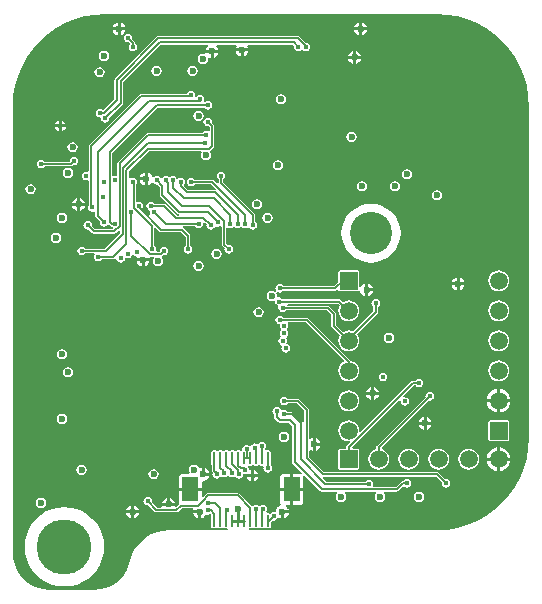
<source format=gbl>
%FSLAX25Y25*%
%MOIN*%
G70*
G01*
G75*
%ADD31C,0.00500*%
%ADD33C,0.01000*%
%ADD36R,0.05905X0.05905*%
%ADD37C,0.05905*%
%ADD38R,0.05905X0.05905*%
%ADD39C,0.02362*%
%ADD40C,0.14094*%
%ADD41C,0.18315*%
%ADD42C,0.01772*%
%ADD43R,0.00984X0.03937*%
%ADD44R,0.05512X0.08268*%
G36*
X265996Y398853D02*
X376232D01*
X376334Y398895D01*
X379692Y398706D01*
X383107Y398126D01*
X386437Y397167D01*
X389638Y395841D01*
X392670Y394165D01*
X395496Y392160D01*
X398079Y389851D01*
X400388Y387268D01*
X402393Y384442D01*
X404069Y381410D01*
X405395Y378209D01*
X406354Y374879D01*
X406934Y371463D01*
X407123Y368106D01*
X407081Y368004D01*
Y257768D01*
X407123Y257666D01*
X406934Y254309D01*
X406354Y250893D01*
X405395Y247564D01*
X404069Y244363D01*
X402393Y241330D01*
X400388Y238505D01*
X398079Y235921D01*
X395496Y233612D01*
X392670Y231607D01*
X389638Y229931D01*
X386437Y228606D01*
X383107Y227646D01*
X379692Y227066D01*
X376334Y226877D01*
X376232Y226920D01*
X313928D01*
X313676Y227294D01*
X313669Y227420D01*
X313838Y227557D01*
X314587D01*
X314694Y227602D01*
X315079Y227691D01*
X315463Y227602D01*
X315571Y227557D01*
X316555D01*
X316663Y227602D01*
X317047Y227691D01*
X317432Y227602D01*
X317539Y227557D01*
X318524D01*
X318631Y227602D01*
X319016Y227691D01*
X319400Y227602D01*
X319508Y227557D01*
X320492D01*
X320875Y227716D01*
X321033Y228098D01*
Y229476D01*
X321108Y229526D01*
X321724Y230142D01*
X322000Y230087D01*
X322541Y230195D01*
X322999Y230501D01*
X323276Y230915D01*
X323305Y230959D01*
X323842Y231094D01*
X323894Y231059D01*
X323987Y231021D01*
X324070Y230965D01*
X324169Y230946D01*
X324261Y230907D01*
X324421Y230875D01*
Y233020D01*
X324921D01*
Y233520D01*
X327066D01*
X327034Y233679D01*
X326995Y233772D01*
X326976Y233871D01*
X326920Y233954D01*
X326882Y234047D01*
X326621Y234438D01*
X326550Y234509D01*
X326494Y234592D01*
X326410Y234648D01*
X326339Y234719D01*
X326148Y234846D01*
X326300Y235347D01*
X327500D01*
Y240000D01*
X324224D01*
Y236366D01*
X324302Y235976D01*
X324494Y235688D01*
X324457Y235443D01*
X324361Y235152D01*
X324261Y235132D01*
X324169Y235094D01*
X324070Y235074D01*
X323987Y235018D01*
X323894Y234980D01*
X323503Y234719D01*
X323432Y234648D01*
X323349Y234592D01*
X323293Y234509D01*
X323222Y234438D01*
X322961Y234047D01*
X322922Y233954D01*
X322867Y233871D01*
X322847Y233772D01*
X322809Y233679D01*
X322721Y233241D01*
X322721Y233240D01*
X322701Y233203D01*
X322465Y232977D01*
X322342Y232909D01*
X322218Y232870D01*
X322217Y232870D01*
X322000Y232913D01*
X321459Y232805D01*
X321268Y232678D01*
X320875Y232418D01*
X320492Y232577D01*
X319764D01*
X319636Y232782D01*
X319550Y233077D01*
X319805Y233459D01*
X319913Y234000D01*
X319805Y234541D01*
X319499Y234999D01*
X319041Y235305D01*
X318500Y235413D01*
X317959Y235305D01*
X317501Y234999D01*
X317500Y234998D01*
X317000D01*
X316999Y234999D01*
X316541Y235305D01*
X316000Y235413D01*
X315459Y235305D01*
X315139Y235092D01*
X314895Y235021D01*
X314473Y235109D01*
X310541Y239041D01*
X310293Y239207D01*
X310000Y239265D01*
X300187D01*
X299894Y239207D01*
X299646Y239041D01*
X298521Y237916D01*
X298059Y238107D01*
Y240000D01*
X294284D01*
X290508D01*
Y236366D01*
X290586Y235976D01*
X290459Y235541D01*
X289564Y234645D01*
X289103Y234891D01*
X289124Y235000D01*
X284876D01*
X284909Y234834D01*
X284601Y234334D01*
X283248D01*
X281358Y236224D01*
X281413Y236500D01*
X281305Y237041D01*
X280999Y237499D01*
X280541Y237805D01*
X280000Y237913D01*
X279459Y237805D01*
X279001Y237499D01*
X278695Y237041D01*
X278587Y236500D01*
X278695Y235959D01*
X279001Y235501D01*
X279459Y235195D01*
X280000Y235087D01*
X280276Y235142D01*
X282390Y233028D01*
X282639Y232862D01*
X282931Y232804D01*
X289569D01*
X289861Y232862D01*
X290110Y233028D01*
X291317Y234235D01*
X294939D01*
X294970Y234217D01*
X295075Y234110D01*
X295288Y233772D01*
X295250Y233679D01*
X295218Y233520D01*
X297362D01*
Y233020D01*
X297862D01*
Y230875D01*
X298022Y230907D01*
X298115Y230946D01*
X298213Y230965D01*
X298297Y231021D01*
X298390Y231059D01*
X298780Y231320D01*
X298851Y231391D01*
X298935Y231447D01*
X298991Y231531D01*
X299061Y231602D01*
X299180Y231780D01*
X299440Y232166D01*
X299914Y232104D01*
X300000Y232087D01*
X300541Y232195D01*
X300950Y232468D01*
X301289Y232130D01*
X301250Y232035D01*
Y228098D01*
X301409Y227716D01*
X301791Y227557D01*
X302776D01*
X302883Y227602D01*
X303268Y227691D01*
X303652Y227602D01*
X303760Y227557D01*
X304744D01*
X304852Y227602D01*
X305236Y227691D01*
X305621Y227602D01*
X305728Y227557D01*
X306477D01*
X306646Y227420D01*
X306639Y227294D01*
X306387Y226920D01*
X287150D01*
X287126Y226910D01*
X285048Y226746D01*
X282998Y226254D01*
X281050Y225448D01*
X279253Y224346D01*
X277650Y222977D01*
X276281Y221374D01*
X275179Y219576D01*
X274372Y217628D01*
X274113Y216546D01*
X274093Y216500D01*
X274053Y216509D01*
X273807Y215484D01*
X273075Y213718D01*
X272076Y212088D01*
X270835Y210634D01*
X269381Y209392D01*
X267751Y208393D01*
X265984Y207662D01*
X264125Y207215D01*
X262294Y207071D01*
X262219Y207102D01*
X247295D01*
X247295Y207102D01*
Y207102D01*
X246796Y207104D01*
X245389Y207215D01*
X243530Y207662D01*
X241764Y208393D01*
X240134Y209392D01*
X238680Y210634D01*
X237438Y212088D01*
X236439Y213718D01*
X235707Y215484D01*
X235261Y217344D01*
X235117Y219175D01*
X235148Y219250D01*
Y368004D01*
X235105Y368106D01*
X235294Y371463D01*
X235874Y374879D01*
X236834Y378209D01*
X238159Y381410D01*
X239836Y384442D01*
X241840Y387268D01*
X244149Y389851D01*
X246733Y392160D01*
X249558Y394165D01*
X252591Y395841D01*
X255792Y397167D01*
X259121Y398126D01*
X262537Y398706D01*
X265894Y398895D01*
X265996Y398853D01*
D02*
G37*
%LPC*%
G36*
X400921Y269563D02*
X397500D01*
Y266142D01*
X398032Y266212D01*
X398993Y266610D01*
X399819Y267244D01*
X400453Y268070D01*
X400851Y269031D01*
X400921Y269563D01*
D02*
G37*
G36*
X373000Y264624D02*
Y263000D01*
X374624D01*
X374555Y263351D01*
X374073Y264072D01*
X373351Y264555D01*
X373000Y264624D01*
D02*
G37*
G36*
X396500Y269563D02*
X393079D01*
X393149Y269031D01*
X393547Y268070D01*
X394181Y267244D01*
X395007Y266610D01*
X395968Y266212D01*
X396500Y266142D01*
Y269563D01*
D02*
G37*
G36*
X347000Y273546D02*
X346099Y273427D01*
X345259Y273079D01*
X344537Y272526D01*
X343984Y271804D01*
X343636Y270964D01*
X343517Y270063D01*
X343636Y269162D01*
X343984Y268322D01*
X344537Y267600D01*
X345259Y267047D01*
X346099Y266699D01*
X347000Y266581D01*
X347901Y266699D01*
X348741Y267047D01*
X349463Y267600D01*
X350016Y268322D01*
X350364Y269162D01*
X350483Y270063D01*
X350364Y270964D01*
X350016Y271804D01*
X349463Y272526D01*
X348741Y273079D01*
X347901Y273427D01*
X347000Y273546D01*
D02*
G37*
G36*
X357124Y272000D02*
X355500D01*
Y270376D01*
X355851Y270445D01*
X356573Y270928D01*
X357055Y271649D01*
X357124Y272000D01*
D02*
G37*
G36*
X354500D02*
X352876D01*
X352945Y271649D01*
X353428Y270928D01*
X354149Y270445D01*
X354500Y270376D01*
Y272000D01*
D02*
G37*
G36*
X374000Y272913D02*
X373459Y272805D01*
X373001Y272499D01*
X372695Y272041D01*
X372587Y271500D01*
X372642Y271223D01*
X356459Y255041D01*
X356294Y254793D01*
X356235Y254500D01*
Y253945D01*
X356099Y253927D01*
X355259Y253579D01*
X354538Y253026D01*
X353984Y252304D01*
X353636Y251464D01*
X353518Y250563D01*
X353636Y249662D01*
X353984Y248822D01*
X354538Y248100D01*
X355259Y247547D01*
X356099Y247199D01*
X357000Y247080D01*
X357901Y247199D01*
X358741Y247547D01*
X359462Y248100D01*
X360016Y248822D01*
X360364Y249662D01*
X360483Y250563D01*
X360364Y251464D01*
X360016Y252304D01*
X359462Y253026D01*
X358741Y253579D01*
X358123Y253835D01*
X357980Y254353D01*
X357990Y254409D01*
X373724Y270142D01*
X374000Y270087D01*
X374541Y270195D01*
X374999Y270501D01*
X375305Y270959D01*
X375413Y271500D01*
X375305Y272041D01*
X374999Y272499D01*
X374541Y272805D01*
X374000Y272913D01*
D02*
G37*
G36*
X372000Y262000D02*
X370376D01*
X370445Y261649D01*
X370928Y260928D01*
X371649Y260445D01*
X372000Y260376D01*
Y262000D01*
D02*
G37*
G36*
X399953Y263557D02*
X394047D01*
X393665Y263398D01*
X393506Y263016D01*
Y257110D01*
X393665Y256728D01*
X394047Y256569D01*
X399953D01*
X400335Y256728D01*
X400494Y257110D01*
Y263016D01*
X400335Y263398D01*
X399953Y263557D01*
D02*
G37*
G36*
X325500Y259714D02*
X324844Y259584D01*
X324288Y259212D01*
X323916Y258656D01*
X323786Y258000D01*
X323916Y257344D01*
X324288Y256788D01*
X324844Y256416D01*
X325500Y256286D01*
X326156Y256416D01*
X326712Y256788D01*
X327084Y257344D01*
X327214Y258000D01*
X327084Y258656D01*
X326712Y259212D01*
X326156Y259584D01*
X325500Y259714D01*
D02*
G37*
G36*
X374624Y262000D02*
X373000D01*
Y260376D01*
X373351Y260445D01*
X374073Y260928D01*
X374555Y261649D01*
X374624Y262000D01*
D02*
G37*
G36*
X372000Y264624D02*
X371649Y264555D01*
X370928Y264072D01*
X370445Y263351D01*
X370376Y263000D01*
X372000D01*
Y264624D01*
D02*
G37*
G36*
X325500Y271413D02*
X324959Y271305D01*
X324501Y270999D01*
X324195Y270541D01*
X324087Y270000D01*
X324195Y269459D01*
X324501Y269001D01*
X324959Y268695D01*
X325500Y268587D01*
X326041Y268695D01*
X326499Y269001D01*
X326656Y269235D01*
X329683D01*
X332235Y266683D01*
Y262697D01*
X331735Y262648D01*
X331707Y262793D01*
X331541Y263041D01*
X328541Y266041D01*
X328293Y266207D01*
X328000Y266265D01*
X326656D01*
X326499Y266499D01*
X326041Y266805D01*
X325500Y266913D01*
X324959Y266805D01*
X324873Y266748D01*
X324318Y266978D01*
X324305Y267041D01*
X323999Y267499D01*
X323541Y267805D01*
X323000Y267913D01*
X322459Y267805D01*
X322001Y267499D01*
X321695Y267041D01*
X321587Y266500D01*
X321695Y265959D01*
X322001Y265501D01*
X322235Y265344D01*
Y264500D01*
X322293Y264207D01*
X322459Y263959D01*
X323459Y262959D01*
X323459Y262959D01*
X323707Y262793D01*
X324000Y262735D01*
X327183D01*
X328235Y261683D01*
Y249500D01*
X328293Y249207D01*
X328459Y248959D01*
X331433Y245985D01*
X331146Y245576D01*
X330756Y245654D01*
X328500D01*
Y241000D01*
X331775D01*
Y244634D01*
X331698Y245024D01*
X332107Y245311D01*
X337459Y239959D01*
X337707Y239793D01*
X338000Y239735D01*
X343171D01*
X343323Y239235D01*
X343288Y239212D01*
X342916Y238656D01*
X342786Y238000D01*
X342916Y237344D01*
X343288Y236788D01*
X343844Y236416D01*
X344500Y236286D01*
X345156Y236416D01*
X345712Y236788D01*
X346084Y237344D01*
X346214Y238000D01*
X346084Y238656D01*
X345712Y239212D01*
X345677Y239235D01*
X345829Y239735D01*
X356171D01*
X356323Y239235D01*
X356288Y239212D01*
X355916Y238656D01*
X355786Y238000D01*
X355916Y237344D01*
X356288Y236788D01*
X356844Y236416D01*
X357500Y236286D01*
X358156Y236416D01*
X358712Y236788D01*
X359084Y237344D01*
X359214Y238000D01*
X359084Y238656D01*
X358712Y239212D01*
X358677Y239235D01*
X358829Y239735D01*
X363000D01*
X363293Y239793D01*
X363541Y239959D01*
X364973Y241391D01*
X365501Y241501D01*
X365959Y241195D01*
X366500Y241087D01*
X367041Y241195D01*
X367499Y241501D01*
X367805Y241959D01*
X367913Y242500D01*
X367805Y243041D01*
X367499Y243499D01*
X367041Y243805D01*
X366500Y243913D01*
X365959Y243805D01*
X365501Y243499D01*
X365344Y243265D01*
X365000D01*
X365000Y243265D01*
X364707Y243207D01*
X364459Y243041D01*
X362683Y241265D01*
X355289D01*
X355104Y241610D01*
X355066Y241765D01*
X355163Y242250D01*
X355055Y242791D01*
X354749Y243249D01*
X354291Y243555D01*
X353750Y243663D01*
X353209Y243555D01*
X352751Y243249D01*
X352594Y243015D01*
X339567D01*
X338320Y244261D01*
X338453Y244611D01*
X338553Y244735D01*
X376183D01*
X378142Y242776D01*
X378087Y242500D01*
X378195Y241959D01*
X378501Y241501D01*
X378959Y241195D01*
X379500Y241087D01*
X380041Y241195D01*
X380499Y241501D01*
X380805Y241959D01*
X380913Y242500D01*
X380805Y243041D01*
X380499Y243499D01*
X380041Y243805D01*
X379500Y243913D01*
X379223Y243858D01*
X377041Y246041D01*
X376793Y246206D01*
X376500Y246265D01*
X338817D01*
X333765Y251317D01*
Y253435D01*
X334265Y253702D01*
X334649Y253445D01*
X335000Y253376D01*
Y255500D01*
Y257624D01*
X334649Y257555D01*
X334265Y257298D01*
X333765Y257565D01*
Y267000D01*
X333706Y267293D01*
X333541Y267541D01*
X330541Y270541D01*
X330293Y270707D01*
X330000Y270765D01*
X326656D01*
X326499Y270999D01*
X326041Y271305D01*
X325500Y271413D01*
D02*
G37*
G36*
X251500Y265714D02*
X250844Y265584D01*
X250288Y265212D01*
X249916Y264656D01*
X249786Y264000D01*
X249916Y263344D01*
X250288Y262788D01*
X250844Y262416D01*
X251500Y262286D01*
X252156Y262416D01*
X252712Y262788D01*
X253084Y263344D01*
X253214Y264000D01*
X253084Y264656D01*
X252712Y265212D01*
X252156Y265584D01*
X251500Y265714D01*
D02*
G37*
G36*
X396500Y273984D02*
X395968Y273914D01*
X395007Y273516D01*
X394181Y272882D01*
X393547Y272056D01*
X393149Y271095D01*
X393079Y270563D01*
X396500D01*
Y273984D01*
D02*
G37*
G36*
X397000Y293546D02*
X396099Y293427D01*
X395259Y293079D01*
X394537Y292526D01*
X393984Y291804D01*
X393636Y290964D01*
X393517Y290063D01*
X393636Y289162D01*
X393984Y288322D01*
X394537Y287600D01*
X395259Y287047D01*
X396099Y286699D01*
X397000Y286580D01*
X397901Y286699D01*
X398741Y287047D01*
X399463Y287600D01*
X400016Y288322D01*
X400364Y289162D01*
X400483Y290063D01*
X400364Y290964D01*
X400016Y291804D01*
X399463Y292526D01*
X398741Y293079D01*
X397901Y293427D01*
X397000Y293546D01*
D02*
G37*
G36*
X251500Y287214D02*
X250844Y287084D01*
X250288Y286712D01*
X249916Y286156D01*
X249786Y285500D01*
X249916Y284844D01*
X250288Y284288D01*
X250844Y283916D01*
X251500Y283786D01*
X252156Y283916D01*
X252712Y284288D01*
X253084Y284844D01*
X253214Y285500D01*
X253084Y286156D01*
X252712Y286712D01*
X252156Y287084D01*
X251500Y287214D01*
D02*
G37*
G36*
X253500Y281214D02*
X252844Y281084D01*
X252288Y280712D01*
X251916Y280156D01*
X251786Y279500D01*
X251916Y278844D01*
X252288Y278288D01*
X252844Y277916D01*
X253500Y277786D01*
X254156Y277916D01*
X254712Y278288D01*
X255084Y278844D01*
X255214Y279500D01*
X255084Y280156D01*
X254712Y280712D01*
X254156Y281084D01*
X253500Y281214D01*
D02*
G37*
G36*
X360500Y292714D02*
X359844Y292584D01*
X359288Y292212D01*
X358916Y291656D01*
X358786Y291000D01*
X358916Y290344D01*
X359288Y289788D01*
X359844Y289416D01*
X360500Y289286D01*
X361156Y289416D01*
X361712Y289788D01*
X362084Y290344D01*
X362214Y291000D01*
X362084Y291656D01*
X361712Y292212D01*
X361156Y292584D01*
X360500Y292714D01*
D02*
G37*
G36*
X355124Y306500D02*
X353500D01*
Y304876D01*
X353851Y304945D01*
X354573Y305428D01*
X355055Y306149D01*
X355124Y306500D01*
D02*
G37*
G36*
X317000Y301214D02*
X316344Y301084D01*
X315788Y300712D01*
X315416Y300156D01*
X315286Y299500D01*
X315416Y298844D01*
X315788Y298288D01*
X316344Y297916D01*
X317000Y297786D01*
X317656Y297916D01*
X318212Y298288D01*
X318584Y298844D01*
X318714Y299500D01*
X318584Y300156D01*
X318212Y300712D01*
X317656Y301084D01*
X317000Y301214D01*
D02*
G37*
G36*
X397000Y303545D02*
X396099Y303427D01*
X395259Y303079D01*
X394537Y302525D01*
X393984Y301804D01*
X393636Y300964D01*
X393517Y300063D01*
X393636Y299162D01*
X393984Y298322D01*
X394537Y297601D01*
X395259Y297047D01*
X396099Y296699D01*
X397000Y296581D01*
X397901Y296699D01*
X398741Y297047D01*
X399463Y297601D01*
X400016Y298322D01*
X400364Y299162D01*
X400483Y300063D01*
X400364Y300964D01*
X400016Y301804D01*
X399463Y302525D01*
X398741Y303079D01*
X397901Y303427D01*
X397000Y303545D01*
D02*
G37*
G36*
X355500Y274624D02*
Y273000D01*
X357124D01*
X357055Y273351D01*
X356573Y274073D01*
X355851Y274555D01*
X355500Y274624D01*
D02*
G37*
G36*
X354500D02*
X354149Y274555D01*
X353428Y274073D01*
X352945Y273351D01*
X352876Y273000D01*
X354500D01*
Y274624D01*
D02*
G37*
G36*
X397500Y273984D02*
Y270563D01*
X400921D01*
X400851Y271095D01*
X400453Y272056D01*
X399819Y272882D01*
X398993Y273516D01*
X398032Y273914D01*
X397500Y273984D01*
D02*
G37*
G36*
X370500Y277413D02*
X369959Y277305D01*
X369501Y276999D01*
X369344Y276765D01*
X368500D01*
X368207Y276707D01*
X367959Y276541D01*
X350912Y259493D01*
X350438Y259727D01*
X350483Y260063D01*
X350364Y260964D01*
X350016Y261804D01*
X349463Y262526D01*
X348741Y263079D01*
X347901Y263427D01*
X347000Y263545D01*
X346099Y263427D01*
X345259Y263079D01*
X344537Y262526D01*
X343984Y261804D01*
X343636Y260964D01*
X343517Y260063D01*
X343636Y259162D01*
X343984Y258322D01*
X344537Y257600D01*
X345259Y257047D01*
X346099Y256699D01*
X347000Y256580D01*
X347336Y256625D01*
X347570Y256151D01*
X346459Y255041D01*
X346293Y254793D01*
X346235Y254500D01*
Y254057D01*
X344047D01*
X343665Y253898D01*
X343506Y253516D01*
Y247610D01*
X343665Y247228D01*
X344047Y247069D01*
X349953D01*
X350335Y247228D01*
X350494Y247610D01*
Y253516D01*
X350335Y253898D01*
X349953Y254057D01*
X348345D01*
X348138Y254557D01*
X363903Y270322D01*
X364364Y270075D01*
X364305Y269781D01*
X364413Y269241D01*
X364719Y268782D01*
X365178Y268476D01*
X365719Y268369D01*
X366259Y268476D01*
X366718Y268782D01*
X367024Y269241D01*
X367131Y269781D01*
X367024Y270322D01*
X366718Y270781D01*
X366259Y271087D01*
X365719Y271195D01*
X365424Y271136D01*
X365178Y271597D01*
X368817Y275235D01*
X369344D01*
X369501Y275001D01*
X369959Y274695D01*
X370500Y274587D01*
X371041Y274695D01*
X371499Y275001D01*
X371805Y275459D01*
X371913Y276000D01*
X371805Y276541D01*
X371499Y276999D01*
X371041Y277305D01*
X370500Y277413D01*
D02*
G37*
G36*
X358500Y279413D02*
X357959Y279305D01*
X357501Y278999D01*
X357195Y278541D01*
X357087Y278000D01*
X357195Y277459D01*
X357501Y277001D01*
X357959Y276695D01*
X358500Y276587D01*
X359041Y276695D01*
X359499Y277001D01*
X359805Y277459D01*
X359913Y278000D01*
X359805Y278541D01*
X359499Y278999D01*
X359041Y279305D01*
X358500Y279413D01*
D02*
G37*
G36*
X397000Y283545D02*
X396099Y283427D01*
X395259Y283079D01*
X394537Y282525D01*
X393984Y281804D01*
X393636Y280964D01*
X393517Y280063D01*
X393636Y279162D01*
X393984Y278322D01*
X394537Y277601D01*
X395259Y277047D01*
X396099Y276699D01*
X397000Y276581D01*
X397901Y276699D01*
X398741Y277047D01*
X399463Y277601D01*
X400016Y278322D01*
X400364Y279162D01*
X400483Y280063D01*
X400364Y280964D01*
X400016Y281804D01*
X399463Y282525D01*
X398741Y283079D01*
X397901Y283427D01*
X397000Y283545D01*
D02*
G37*
G36*
X324000Y298413D02*
X323459Y298305D01*
X323001Y297999D01*
X322695Y297541D01*
X322587Y297000D01*
X322695Y296459D01*
X323001Y296001D01*
X323459Y295695D01*
X323743Y295638D01*
X324001Y295583D01*
X324107Y295098D01*
X324087Y295000D01*
X324195Y294459D01*
X324501Y294001D01*
X324502Y294000D01*
Y293500D01*
X324501Y293499D01*
X324195Y293041D01*
X324087Y292500D01*
X324195Y291959D01*
X324322Y291769D01*
X324428Y291412D01*
X324194Y291128D01*
X324001Y290999D01*
X323695Y290541D01*
X323587Y290000D01*
X323695Y289459D01*
X324001Y289001D01*
X324459Y288695D01*
X324522Y288682D01*
X324752Y288127D01*
X324695Y288041D01*
X324587Y287500D01*
X324695Y286959D01*
X325001Y286501D01*
X325459Y286195D01*
X326000Y286087D01*
X326541Y286195D01*
X326999Y286501D01*
X327305Y286959D01*
X327413Y287500D01*
X327305Y288041D01*
X326999Y288499D01*
X326541Y288805D01*
X326478Y288818D01*
X326248Y289373D01*
X326305Y289459D01*
X326413Y290000D01*
X326305Y290541D01*
X326178Y290731D01*
X326072Y291088D01*
X326306Y291372D01*
X326499Y291501D01*
X326805Y291959D01*
X326913Y292500D01*
X326805Y293041D01*
X326499Y293499D01*
X326498Y293500D01*
Y294000D01*
X326499Y294001D01*
X326805Y294459D01*
X326913Y295000D01*
X326805Y295541D01*
X326675Y295735D01*
X326943Y296235D01*
X332683D01*
X345355Y283563D01*
X345327Y283422D01*
X345187Y283024D01*
X344537Y282525D01*
X343984Y281804D01*
X343636Y280964D01*
X343517Y280063D01*
X343636Y279162D01*
X343984Y278322D01*
X344537Y277601D01*
X345259Y277047D01*
X346099Y276699D01*
X347000Y276581D01*
X347901Y276699D01*
X348741Y277047D01*
X349463Y277601D01*
X350016Y278322D01*
X350364Y279162D01*
X350483Y280063D01*
X350364Y280964D01*
X350016Y281804D01*
X349463Y282525D01*
X348741Y283079D01*
X347901Y283427D01*
X347589Y283468D01*
X347541Y283541D01*
X333541Y297541D01*
X333293Y297707D01*
X333000Y297765D01*
X325156D01*
X324999Y297999D01*
X324541Y298305D01*
X324000Y298413D01*
D02*
G37*
G36*
X336000Y257624D02*
Y256000D01*
X337624D01*
X337555Y256351D01*
X337072Y257072D01*
X336351Y257555D01*
X336000Y257624D01*
D02*
G37*
G36*
X286500Y237624D02*
X286149Y237555D01*
X285427Y237072D01*
X284945Y236351D01*
X284876Y236000D01*
X286500D01*
Y237624D01*
D02*
G37*
G36*
X331775Y240000D02*
X328500D01*
Y235347D01*
X330756D01*
X331146Y235424D01*
X331477Y235645D01*
X331698Y235976D01*
X331775Y236366D01*
Y240000D01*
D02*
G37*
G36*
X244500Y237714D02*
X243844Y237584D01*
X243288Y237212D01*
X242916Y236656D01*
X242786Y236000D01*
X242916Y235344D01*
X243288Y234788D01*
X243844Y234416D01*
X244500Y234286D01*
X245156Y234416D01*
X245712Y234788D01*
X246084Y235344D01*
X246214Y236000D01*
X246084Y236656D01*
X245712Y237212D01*
X245156Y237584D01*
X244500Y237714D01*
D02*
G37*
G36*
X287500Y237624D02*
Y236000D01*
X289124D01*
X289055Y236351D01*
X288573Y237072D01*
X287851Y237555D01*
X287500Y237624D01*
D02*
G37*
G36*
X314500Y244500D02*
X313177D01*
X313224Y244264D01*
X313640Y243640D01*
X314264Y243224D01*
X314500Y243177D01*
Y244500D01*
D02*
G37*
G36*
X327500Y245654D02*
X325244D01*
X324854Y245576D01*
X324523Y245355D01*
X324302Y245024D01*
X324224Y244634D01*
Y241000D01*
X327500D01*
Y245654D01*
D02*
G37*
G36*
X370500Y239714D02*
X369844Y239584D01*
X369288Y239212D01*
X368916Y238656D01*
X368786Y238000D01*
X368916Y237344D01*
X369288Y236788D01*
X369844Y236416D01*
X370500Y236286D01*
X371156Y236416D01*
X371712Y236788D01*
X372084Y237344D01*
X372214Y238000D01*
X372084Y238656D01*
X371712Y239212D01*
X371156Y239584D01*
X370500Y239714D01*
D02*
G37*
G36*
X327066Y232520D02*
X325421D01*
Y230875D01*
X325581Y230907D01*
X325674Y230946D01*
X325772Y230965D01*
X325856Y231021D01*
X325949Y231059D01*
X326339Y231320D01*
X326410Y231391D01*
X326494Y231447D01*
X326550Y231531D01*
X326621Y231602D01*
X326882Y231992D01*
X326920Y232085D01*
X326976Y232169D01*
X326995Y232267D01*
X327034Y232360D01*
X327066Y232520D01*
D02*
G37*
G36*
X296862D02*
X295218D01*
X295250Y232360D01*
X295288Y232267D01*
X295308Y232169D01*
X295363Y232085D01*
X295402Y231992D01*
X295663Y231602D01*
X295734Y231531D01*
X295790Y231447D01*
X295873Y231391D01*
X295944Y231320D01*
X296335Y231059D01*
X296428Y231021D01*
X296511Y230965D01*
X296610Y230946D01*
X296702Y230907D01*
X296862Y230875D01*
Y232520D01*
D02*
G37*
G36*
X252260Y234598D02*
X250189Y234435D01*
X248168Y233950D01*
X246249Y233155D01*
X244478Y232070D01*
X242898Y230720D01*
X241548Y229140D01*
X240463Y227369D01*
X239668Y225450D01*
X239183Y223429D01*
X239020Y221358D01*
X239183Y219287D01*
X239668Y217267D01*
X240463Y215348D01*
X241548Y213576D01*
X242898Y211996D01*
X244478Y210647D01*
X246249Y209561D01*
X248168Y208766D01*
X250189Y208281D01*
X252260Y208118D01*
X254331Y208281D01*
X256351Y208766D01*
X258271Y209561D01*
X260042Y210647D01*
X261622Y211996D01*
X262971Y213576D01*
X264057Y215348D01*
X264852Y217267D01*
X265337Y219287D01*
X265500Y221358D01*
X265337Y223429D01*
X264852Y225450D01*
X264057Y227369D01*
X262971Y229140D01*
X261622Y230720D01*
X260042Y232070D01*
X258271Y233155D01*
X256351Y233950D01*
X254331Y234435D01*
X252260Y234598D01*
D02*
G37*
G36*
X274500Y232500D02*
X272876D01*
X272945Y232149D01*
X273428Y231428D01*
X274149Y230945D01*
X274500Y230876D01*
Y232500D01*
D02*
G37*
G36*
X275500Y235124D02*
Y233500D01*
X277124D01*
X277055Y233851D01*
X276572Y234573D01*
X275851Y235055D01*
X275500Y235124D01*
D02*
G37*
G36*
X274500D02*
X274149Y235055D01*
X273428Y234573D01*
X272945Y233851D01*
X272876Y233500D01*
X274500D01*
Y235124D01*
D02*
G37*
G36*
X277124Y232500D02*
X275500D01*
Y230876D01*
X275851Y230945D01*
X276572Y231428D01*
X277055Y232149D01*
X277124Y232500D01*
D02*
G37*
G36*
X316823Y244500D02*
X315500D01*
Y243177D01*
X315736Y243224D01*
X316360Y243640D01*
X316776Y244264D01*
X316823Y244500D01*
D02*
G37*
G36*
X387000Y254046D02*
X386099Y253927D01*
X385259Y253579D01*
X384538Y253026D01*
X383984Y252304D01*
X383636Y251464D01*
X383518Y250563D01*
X383636Y249662D01*
X383984Y248822D01*
X384538Y248100D01*
X385259Y247547D01*
X386099Y247199D01*
X387000Y247080D01*
X387901Y247199D01*
X388741Y247547D01*
X389462Y248100D01*
X390016Y248822D01*
X390364Y249662D01*
X390482Y250563D01*
X390364Y251464D01*
X390016Y252304D01*
X389462Y253026D01*
X388741Y253579D01*
X387901Y253927D01*
X387000Y254046D01*
D02*
G37*
G36*
X377000D02*
X376099Y253927D01*
X375259Y253579D01*
X374537Y253026D01*
X373984Y252304D01*
X373636Y251464D01*
X373517Y250563D01*
X373636Y249662D01*
X373984Y248822D01*
X374537Y248100D01*
X375259Y247547D01*
X376099Y247199D01*
X377000Y247080D01*
X377901Y247199D01*
X378741Y247547D01*
X379463Y248100D01*
X380016Y248822D01*
X380364Y249662D01*
X380483Y250563D01*
X380364Y251464D01*
X380016Y252304D01*
X379463Y253026D01*
X378741Y253579D01*
X377901Y253927D01*
X377000Y254046D01*
D02*
G37*
G36*
X367000D02*
X366099Y253927D01*
X365259Y253579D01*
X364538Y253026D01*
X363984Y252304D01*
X363636Y251464D01*
X363517Y250563D01*
X363636Y249662D01*
X363984Y248822D01*
X364538Y248100D01*
X365259Y247547D01*
X366099Y247199D01*
X367000Y247080D01*
X367901Y247199D01*
X368741Y247547D01*
X369462Y248100D01*
X370016Y248822D01*
X370364Y249662D01*
X370482Y250563D01*
X370364Y251464D01*
X370016Y252304D01*
X369462Y253026D01*
X368741Y253579D01*
X367901Y253927D01*
X367000Y254046D01*
D02*
G37*
G36*
X396500Y254484D02*
X395968Y254414D01*
X395007Y254016D01*
X394181Y253382D01*
X393547Y252556D01*
X393149Y251595D01*
X393079Y251063D01*
X396500D01*
Y254484D01*
D02*
G37*
G36*
X318000Y256413D02*
X317459Y256305D01*
X317001Y255999D01*
X316695Y255541D01*
X316301Y255705D01*
X316269Y255720D01*
X316269Y255720D01*
X315728Y255828D01*
X315188Y255720D01*
X314729Y255414D01*
X314526Y255110D01*
X314084Y255017D01*
X313931Y255045D01*
X313541Y255305D01*
X313000Y255413D01*
X312459Y255305D01*
X312001Y254999D01*
X311695Y254541D01*
X311587Y254000D01*
X311601Y253929D01*
X311634Y253443D01*
X311526Y253398D01*
X311142Y253309D01*
X310757Y253398D01*
X310650Y253443D01*
X309665D01*
X309558Y253398D01*
X309173Y253309D01*
X308789Y253398D01*
X308681Y253443D01*
X307697D01*
X307589Y253398D01*
X307205Y253309D01*
X306820Y253398D01*
X306713Y253443D01*
X305728D01*
X305621Y253398D01*
X305236Y253309D01*
X304852Y253398D01*
X304744Y253443D01*
X303760D01*
X303652Y253398D01*
X303268Y253309D01*
X302883Y253398D01*
X302776Y253443D01*
X301791D01*
X301409Y253284D01*
X301250Y252902D01*
Y248965D01*
X301409Y248582D01*
X301519Y248536D01*
Y246716D01*
X301577Y246424D01*
X301743Y246176D01*
X301768Y246151D01*
X301695Y246041D01*
X301587Y245500D01*
X301695Y244959D01*
X302001Y244501D01*
X302459Y244195D01*
X303000Y244087D01*
X303541Y244195D01*
X303999Y244501D01*
X304128Y244694D01*
X304412Y244928D01*
X304769Y244822D01*
X304959Y244695D01*
X305500Y244587D01*
X306041Y244695D01*
X306499Y245001D01*
X306500Y245002D01*
X307000D01*
X307001Y245001D01*
X307459Y244695D01*
X308000Y244587D01*
X308541Y244695D01*
X308731Y244822D01*
X309088Y244928D01*
X309372Y244694D01*
X309501Y244501D01*
X309959Y244195D01*
X310500Y244087D01*
X311041Y244195D01*
X311499Y244501D01*
X311805Y244959D01*
X311862Y245243D01*
X311917Y245501D01*
X312402Y245607D01*
X312500Y245587D01*
X312692Y245625D01*
X312817Y245500D01*
X314500D01*
Y246823D01*
X314383Y246800D01*
X314117Y246913D01*
X313888Y247126D01*
X313805Y247541D01*
X313530Y247954D01*
X313606Y248171D01*
X313764Y248423D01*
X314587D01*
X314694Y248468D01*
X315079Y248557D01*
X315463Y248468D01*
X315571Y248423D01*
X316555D01*
X316663Y248468D01*
X317047Y248557D01*
X317432Y248468D01*
X317539Y248423D01*
X318349D01*
X318525Y248228D01*
X318654Y248036D01*
X318679Y247961D01*
X318587Y247500D01*
X318695Y246959D01*
X319001Y246501D01*
X319459Y246195D01*
X320000Y246087D01*
X320541Y246195D01*
X320999Y246501D01*
X321305Y246959D01*
X321413Y247500D01*
X321305Y248041D01*
X320999Y248499D01*
X320875Y248582D01*
X321033Y248965D01*
Y252902D01*
X320875Y253284D01*
X320492Y253443D01*
X319508D01*
X319203Y253597D01*
X319022Y253779D01*
X318999Y253998D01*
X319008Y254015D01*
X319305Y254459D01*
X319413Y255000D01*
X319305Y255541D01*
X318999Y255999D01*
X318541Y256305D01*
X318000Y256413D01*
D02*
G37*
G36*
X337624Y255000D02*
X336000D01*
Y253376D01*
X336351Y253445D01*
X337072Y253927D01*
X337555Y254649D01*
X337624Y255000D01*
D02*
G37*
G36*
X397500Y254484D02*
Y251063D01*
X400921D01*
X400851Y251595D01*
X400453Y252556D01*
X399819Y253382D01*
X398993Y254016D01*
X398032Y254414D01*
X397500Y254484D01*
D02*
G37*
G36*
X258000Y248714D02*
X257344Y248584D01*
X256788Y248212D01*
X256416Y247656D01*
X256286Y247000D01*
X256416Y246344D01*
X256788Y245788D01*
X257344Y245416D01*
X258000Y245286D01*
X258656Y245416D01*
X259212Y245788D01*
X259584Y246344D01*
X259714Y247000D01*
X259584Y247656D01*
X259212Y248212D01*
X258656Y248584D01*
X258000Y248714D01*
D02*
G37*
G36*
X282000Y247214D02*
X281344Y247084D01*
X280788Y246712D01*
X280416Y246156D01*
X280286Y245500D01*
X280416Y244844D01*
X280788Y244288D01*
X281344Y243916D01*
X282000Y243786D01*
X282656Y243916D01*
X283212Y244288D01*
X283584Y244844D01*
X283714Y245500D01*
X283584Y246156D01*
X283212Y246712D01*
X282656Y247084D01*
X282000Y247214D01*
D02*
G37*
G36*
X295500Y248714D02*
X294844Y248584D01*
X294288Y248212D01*
X293916Y247656D01*
X293786Y247000D01*
X293916Y246344D01*
X294044Y246153D01*
X293776Y245654D01*
X291528D01*
X291137Y245576D01*
X290807Y245355D01*
X290586Y245024D01*
X290508Y244634D01*
Y241000D01*
X294284D01*
X298059D01*
Y242970D01*
X298446Y243287D01*
X298500Y243276D01*
X299351Y243445D01*
X300073Y243928D01*
X300555Y244649D01*
X300624Y245000D01*
X298500D01*
Y245500D01*
X298000D01*
Y247624D01*
X297649Y247555D01*
X297526Y247473D01*
X297084Y247656D01*
X296712Y248212D01*
X296156Y248584D01*
X295500Y248714D01*
D02*
G37*
G36*
X315500Y246823D02*
Y245500D01*
X316823D01*
X316776Y245736D01*
X316360Y246360D01*
X315736Y246776D01*
X315500Y246823D01*
D02*
G37*
G36*
X400921Y250063D02*
X397500D01*
Y246642D01*
X398032Y246712D01*
X398993Y247110D01*
X399819Y247744D01*
X400453Y248570D01*
X400851Y249531D01*
X400921Y250063D01*
D02*
G37*
G36*
X396500D02*
X393079D01*
X393149Y249531D01*
X393547Y248570D01*
X394181Y247744D01*
X395007Y247110D01*
X395968Y246712D01*
X396500Y246642D01*
Y250063D01*
D02*
G37*
G36*
X299000Y247624D02*
Y246000D01*
X300624D01*
X300555Y246351D01*
X300073Y247073D01*
X299351Y247555D01*
X299000Y247624D01*
D02*
G37*
G36*
X397000Y313545D02*
X396099Y313427D01*
X395259Y313079D01*
X394537Y312526D01*
X393984Y311804D01*
X393636Y310964D01*
X393517Y310063D01*
X393636Y309162D01*
X393984Y308322D01*
X394537Y307600D01*
X395259Y307047D01*
X396099Y306699D01*
X397000Y306580D01*
X397901Y306699D01*
X398741Y307047D01*
X399463Y307600D01*
X400016Y308322D01*
X400364Y309162D01*
X400483Y310063D01*
X400364Y310964D01*
X400016Y311804D01*
X399463Y312526D01*
X398741Y313079D01*
X397901Y313427D01*
X397000Y313545D01*
D02*
G37*
G36*
X295000Y381714D02*
X294344Y381584D01*
X293788Y381212D01*
X293416Y380656D01*
X293286Y380000D01*
X293416Y379344D01*
X293788Y378788D01*
X294344Y378416D01*
X295000Y378286D01*
X295656Y378416D01*
X296212Y378788D01*
X296584Y379344D01*
X296714Y380000D01*
X296584Y380656D01*
X296212Y381212D01*
X295656Y381584D01*
X295000Y381714D01*
D02*
G37*
G36*
X283000D02*
X282344Y381584D01*
X281788Y381212D01*
X281416Y380656D01*
X281286Y380000D01*
X281416Y379344D01*
X281788Y378788D01*
X282344Y378416D01*
X283000Y378286D01*
X283656Y378416D01*
X284212Y378788D01*
X284584Y379344D01*
X284714Y380000D01*
X284584Y380656D01*
X284212Y381212D01*
X283656Y381584D01*
X283000Y381714D01*
D02*
G37*
G36*
X264000Y381214D02*
X263344Y381084D01*
X262788Y380712D01*
X262416Y380156D01*
X262286Y379500D01*
X262416Y378844D01*
X262788Y378288D01*
X263344Y377916D01*
X264000Y377786D01*
X264656Y377916D01*
X265212Y378288D01*
X265584Y378844D01*
X265714Y379500D01*
X265584Y380156D01*
X265212Y380712D01*
X264656Y381084D01*
X264000Y381214D01*
D02*
G37*
G36*
X348500Y384000D02*
X346876D01*
X346945Y383649D01*
X347428Y382927D01*
X348149Y382445D01*
X348500Y382376D01*
Y384000D01*
D02*
G37*
G36*
X303624Y386000D02*
X302000D01*
Y384376D01*
X302351Y384445D01*
X303073Y384928D01*
X303555Y385649D01*
X303624Y386000D01*
D02*
G37*
G36*
X265500Y386714D02*
X264844Y386584D01*
X264288Y386212D01*
X263916Y385656D01*
X263786Y385000D01*
X263916Y384344D01*
X264288Y383788D01*
X264844Y383416D01*
X265500Y383286D01*
X266156Y383416D01*
X266712Y383788D01*
X267084Y384344D01*
X267214Y385000D01*
X267084Y385656D01*
X266712Y386212D01*
X266156Y386584D01*
X265500Y386714D01*
D02*
G37*
G36*
X351124Y384000D02*
X349500D01*
Y382376D01*
X349851Y382445D01*
X350572Y382927D01*
X351055Y383649D01*
X351124Y384000D01*
D02*
G37*
G36*
X294500Y373413D02*
X293959Y373305D01*
X293501Y372999D01*
X293195Y372541D01*
X293140Y372265D01*
X277772D01*
X277772Y372265D01*
X277479Y372206D01*
X277231Y372041D01*
X277231Y372041D01*
X260595Y355405D01*
X260429Y355157D01*
X260371Y354864D01*
Y346640D01*
X259871Y346339D01*
X259500Y346413D01*
X258959Y346305D01*
X258501Y345999D01*
X258195Y345541D01*
X258087Y345000D01*
X258195Y344459D01*
X258501Y344001D01*
X258959Y343695D01*
X259500Y343587D01*
X259871Y343661D01*
X260371Y343360D01*
Y335305D01*
X260195Y335041D01*
X260087Y334500D01*
X260195Y333959D01*
X260501Y333501D01*
X260959Y333195D01*
X261500Y333087D01*
X262041Y333195D01*
X262100Y333234D01*
X262599Y332967D01*
Y331636D01*
X262658Y331343D01*
X262824Y331095D01*
X264142Y329777D01*
X264087Y329500D01*
X264195Y328959D01*
X264501Y328501D01*
X264959Y328195D01*
X265500Y328087D01*
X266041Y328195D01*
X266499Y328501D01*
X266584Y328628D01*
X267224Y328695D01*
X267459Y328459D01*
X267707Y328293D01*
X267820Y328271D01*
X268001Y328001D01*
X268316Y327791D01*
X268336Y327730D01*
X268121Y327265D01*
X262317D01*
X261358Y328223D01*
X261413Y328500D01*
X261305Y329041D01*
X260999Y329499D01*
X260541Y329805D01*
X260000Y329913D01*
X259459Y329805D01*
X259001Y329499D01*
X258695Y329041D01*
X258587Y328500D01*
X258695Y327959D01*
X259001Y327501D01*
X259459Y327195D01*
X260000Y327087D01*
X260277Y327142D01*
X261459Y325959D01*
X261707Y325794D01*
X262000Y325735D01*
X262000Y325735D01*
X268813D01*
X269106Y325794D01*
X269354Y325959D01*
X270409Y327014D01*
X270871Y326823D01*
Y325953D01*
X265683Y320765D01*
X259156D01*
X258999Y320999D01*
X258541Y321305D01*
X258000Y321413D01*
X257459Y321305D01*
X257001Y320999D01*
X256695Y320541D01*
X256587Y320000D01*
X256695Y319459D01*
X257001Y319001D01*
X257459Y318695D01*
X258000Y318587D01*
X258541Y318695D01*
X258999Y319001D01*
X259156Y319235D01*
X262057D01*
X262325Y318735D01*
X262195Y318541D01*
X262087Y318000D01*
X262195Y317459D01*
X262501Y317001D01*
X262959Y316695D01*
X263500Y316587D01*
X264041Y316695D01*
X264499Y317001D01*
X264656Y317235D01*
X268500D01*
X268793Y317294D01*
X269041Y317459D01*
X269110Y317529D01*
X269166Y317526D01*
X269620Y317332D01*
X269695Y316959D01*
X270001Y316501D01*
X270459Y316195D01*
X271000Y316087D01*
X271541Y316195D01*
X271999Y316501D01*
X272305Y316959D01*
X272413Y317500D01*
X272872Y317753D01*
X272959Y317695D01*
X273500Y317587D01*
X274041Y317695D01*
X274499Y318001D01*
X274805Y318459D01*
X274833Y318600D01*
X275364Y318706D01*
X275501Y318501D01*
X275959Y318195D01*
X276060Y318175D01*
X276445Y317851D01*
X276376Y317500D01*
X280624D01*
X280602Y317614D01*
X280921Y318067D01*
X280976Y318099D01*
X281991D01*
X282075Y317990D01*
X282213Y317600D01*
X281916Y317156D01*
X281786Y316500D01*
X281916Y315844D01*
X282288Y315288D01*
X282844Y314916D01*
X283500Y314786D01*
X284156Y314916D01*
X284712Y315288D01*
X285084Y315844D01*
X285214Y316500D01*
X285084Y317156D01*
X284743Y317665D01*
X284723Y317780D01*
X284801Y318254D01*
X284905Y318323D01*
X285224Y318642D01*
X285500Y318587D01*
X286041Y318695D01*
X286499Y319001D01*
X286805Y319459D01*
X286913Y320000D01*
X286805Y320541D01*
X286499Y320999D01*
X286041Y321305D01*
X285500Y321413D01*
X284959Y321305D01*
X284501Y320999D01*
X284195Y320541D01*
X284087Y320000D01*
X283651Y319629D01*
X283140D01*
X282839Y320129D01*
X282913Y320500D01*
X282805Y321041D01*
X282499Y321499D01*
X282265Y321656D01*
Y327501D01*
X282727Y327692D01*
X283959Y326459D01*
X284207Y326293D01*
X284500Y326235D01*
X291183D01*
X292735Y324683D01*
Y321656D01*
X292501Y321499D01*
X292195Y321041D01*
X292087Y320500D01*
X292195Y319959D01*
X292501Y319501D01*
X292959Y319195D01*
X293500Y319087D01*
X294041Y319195D01*
X294499Y319501D01*
X294805Y319959D01*
X294913Y320500D01*
X294805Y321041D01*
X294499Y321499D01*
X294265Y321656D01*
Y325000D01*
X294265Y325000D01*
X294207Y325293D01*
X294041Y325541D01*
X292041Y327541D01*
X291793Y327707D01*
X291648Y327735D01*
X291697Y328235D01*
X295844D01*
X296001Y328001D01*
X296459Y327695D01*
X297000Y327587D01*
X297541Y327695D01*
X297999Y328001D01*
X298305Y328459D01*
X298413Y329000D01*
X298339Y329373D01*
X298800Y329619D01*
X299642Y328777D01*
X299587Y328500D01*
X299695Y327959D01*
X300001Y327501D01*
X300459Y327195D01*
X301000Y327087D01*
X301541Y327195D01*
X301999Y327501D01*
X302305Y327959D01*
X302318Y328022D01*
X302873Y328252D01*
X302959Y328195D01*
X303500Y328087D01*
X304041Y328195D01*
X304235Y328325D01*
X304735Y328057D01*
Y322000D01*
X304794Y321707D01*
X304959Y321459D01*
X305642Y320777D01*
X305587Y320500D01*
X305695Y319959D01*
X306001Y319501D01*
X306459Y319195D01*
X307000Y319087D01*
X307541Y319195D01*
X307999Y319501D01*
X308305Y319959D01*
X308413Y320500D01*
X308305Y321041D01*
X307999Y321499D01*
X307541Y321805D01*
X307000Y321913D01*
X306723Y321858D01*
X306265Y322317D01*
Y327557D01*
X306765Y327825D01*
X306959Y327695D01*
X307500Y327587D01*
X308041Y327695D01*
X308499Y328001D01*
X308500Y328002D01*
X309000D01*
X309001Y328001D01*
X309459Y327695D01*
X310000Y327587D01*
X310541Y327695D01*
X310926Y327952D01*
X311186Y328001D01*
X311494D01*
X311501Y327991D01*
X311959Y327685D01*
X312500Y327577D01*
X313041Y327685D01*
X313235Y327815D01*
X313582Y327924D01*
X313876Y327687D01*
X314001Y327501D01*
X314459Y327195D01*
X315000Y327087D01*
X315541Y327195D01*
X315999Y327501D01*
X316305Y327959D01*
X316413Y328500D01*
X316305Y329041D01*
X315999Y329499D01*
X315765Y329656D01*
Y332000D01*
X315706Y332293D01*
X315541Y332541D01*
X305265Y342817D01*
Y343844D01*
X305499Y344001D01*
X305805Y344459D01*
X305913Y345000D01*
X305805Y345541D01*
X305499Y345999D01*
X305041Y346305D01*
X304500Y346413D01*
X303959Y346305D01*
X303501Y345999D01*
X303195Y345541D01*
X303087Y345000D01*
X303195Y344459D01*
X303501Y344001D01*
X303735Y343844D01*
Y342553D01*
X303611Y342453D01*
X303261Y342320D01*
X302041Y343541D01*
X301793Y343706D01*
X301500Y343765D01*
X295656D01*
X295499Y343999D01*
X295041Y344305D01*
X294500Y344413D01*
X293959Y344305D01*
X293501Y343999D01*
X293195Y343541D01*
X293087Y343000D01*
X293195Y342459D01*
X293501Y342001D01*
X293959Y341695D01*
X294500Y341587D01*
X295041Y341695D01*
X295499Y342001D01*
X295656Y342235D01*
X301183D01*
X302680Y340739D01*
X302547Y340389D01*
X302447Y340265D01*
X293317D01*
X292109Y341473D01*
X291999Y342001D01*
X292305Y342459D01*
X292413Y343000D01*
X292305Y343541D01*
X291999Y343999D01*
X291541Y344305D01*
X291000Y344413D01*
X290459Y344305D01*
X290269Y344178D01*
X289912Y344072D01*
X289628Y344306D01*
X289499Y344499D01*
X289041Y344805D01*
X288500Y344913D01*
X287959Y344805D01*
X287501Y344499D01*
X287500Y344498D01*
X287000D01*
X286999Y344499D01*
X286541Y344805D01*
X286000Y344913D01*
X285459Y344805D01*
X285001Y344499D01*
X284778Y344165D01*
X284663Y344135D01*
X284337D01*
X284222Y344165D01*
X283999Y344499D01*
X283541Y344805D01*
X283000Y344913D01*
X282459Y344805D01*
X282119Y344578D01*
X281583Y344706D01*
X281555Y344851D01*
X281072Y345572D01*
X280351Y346055D01*
X280000Y346124D01*
Y344000D01*
Y341876D01*
X280351Y341945D01*
X281072Y342427D01*
X281270Y342724D01*
X281862Y342709D01*
X282001Y342501D01*
X282459Y342195D01*
X283000Y342087D01*
X283277Y342142D01*
X284188Y341231D01*
Y338547D01*
X284246Y338255D01*
X284412Y338006D01*
X289959Y332459D01*
X289959Y332459D01*
X290207Y332294D01*
X290352Y332265D01*
X290303Y331765D01*
X289817D01*
X286041Y335541D01*
X285793Y335706D01*
X285500Y335765D01*
X282156D01*
X281999Y335999D01*
X281541Y336305D01*
X281000Y336413D01*
X280459Y336305D01*
X280001Y335999D01*
X279695Y335541D01*
X279587Y335000D01*
X279695Y334459D01*
X280001Y334001D01*
X280459Y333695D01*
X280791Y333119D01*
X280760Y332960D01*
X280867Y332419D01*
X280476Y332106D01*
X278232Y334349D01*
X278305Y334459D01*
X278413Y335000D01*
X278305Y335541D01*
X277999Y335999D01*
X277541Y336305D01*
X277000Y336413D01*
X276629Y336339D01*
X276129Y336640D01*
Y342195D01*
X276305Y342459D01*
X276413Y343000D01*
X276305Y343541D01*
X275999Y343999D01*
X275541Y344305D01*
X275000Y344413D01*
X274459Y344305D01*
X274176Y344116D01*
X273676Y344344D01*
Y346594D01*
X280317Y353235D01*
X297702D01*
X297970Y352735D01*
X297916Y352656D01*
X297786Y352000D01*
X297916Y351344D01*
X298288Y350788D01*
X298844Y350416D01*
X299500Y350286D01*
X300156Y350416D01*
X300712Y350788D01*
X301084Y351344D01*
X301214Y352000D01*
X301084Y352656D01*
X300956Y352847D01*
X300952Y352858D01*
X301041Y353459D01*
X302041Y354459D01*
X302041Y354459D01*
X302206Y354707D01*
X302265Y355000D01*
Y361500D01*
X302206Y361793D01*
X302041Y362041D01*
X301358Y362723D01*
X301413Y363000D01*
X301305Y363541D01*
X300999Y363999D01*
X300541Y364305D01*
X300000Y364413D01*
X299459Y364305D01*
X299001Y363999D01*
X298695Y363541D01*
X298587Y363000D01*
X298695Y362459D01*
X299001Y362001D01*
X299459Y361695D01*
X300000Y361587D01*
X300276Y361642D01*
X300735Y361183D01*
Y359943D01*
X300235Y359675D01*
X300041Y359805D01*
X299500Y359913D01*
X298959Y359805D01*
X298501Y359499D01*
X298344Y359265D01*
X280000D01*
X280000Y359265D01*
X279707Y359207D01*
X279459Y359041D01*
X279459Y359041D01*
X270095Y349676D01*
X269929Y349429D01*
X269871Y349136D01*
Y345140D01*
X269371Y344839D01*
X269000Y344913D01*
X268629Y344839D01*
X268129Y345140D01*
Y352547D01*
X283317Y367735D01*
X298844D01*
X299001Y367501D01*
X299459Y367195D01*
X300000Y367087D01*
X300541Y367195D01*
X300999Y367501D01*
X301305Y367959D01*
X301413Y368500D01*
X301305Y369041D01*
X300999Y369499D01*
X300541Y369805D01*
X300000Y369913D01*
X299459Y369805D01*
X299179Y369618D01*
X298836Y369931D01*
X298808Y369971D01*
X298913Y370500D01*
X298805Y371041D01*
X298499Y371499D01*
X298041Y371805D01*
X297500Y371913D01*
X296959Y371805D01*
X296501Y371499D01*
X296288Y371180D01*
X296217Y371175D01*
X296120Y371241D01*
X295843Y371647D01*
X295913Y372000D01*
X295805Y372541D01*
X295499Y372999D01*
X295041Y373305D01*
X294500Y373413D01*
D02*
G37*
G36*
X252683Y361140D02*
X251360D01*
Y359817D01*
X251596Y359864D01*
X252220Y360280D01*
X252636Y360904D01*
X252683Y361140D01*
D02*
G37*
G36*
X250360D02*
X249037D01*
X249083Y360904D01*
X249500Y360280D01*
X250124Y359864D01*
X250360Y359817D01*
Y361140D01*
D02*
G37*
G36*
X348000Y359714D02*
X347344Y359584D01*
X346788Y359212D01*
X346416Y358656D01*
X346286Y358000D01*
X346416Y357344D01*
X346788Y356788D01*
X347344Y356416D01*
X348000Y356286D01*
X348656Y356416D01*
X349212Y356788D01*
X349584Y357344D01*
X349714Y358000D01*
X349584Y358656D01*
X349212Y359212D01*
X348656Y359584D01*
X348000Y359714D01*
D02*
G37*
G36*
X250360Y363463D02*
X250124Y363417D01*
X249500Y363000D01*
X249083Y362376D01*
X249037Y362140D01*
X250360D01*
Y363463D01*
D02*
G37*
G36*
X324500Y372214D02*
X323844Y372084D01*
X323288Y371712D01*
X322916Y371156D01*
X322786Y370500D01*
X322916Y369844D01*
X323288Y369288D01*
X323844Y368916D01*
X324500Y368786D01*
X325156Y368916D01*
X325712Y369288D01*
X326084Y369844D01*
X326214Y370500D01*
X326084Y371156D01*
X325712Y371712D01*
X325156Y372084D01*
X324500Y372214D01*
D02*
G37*
G36*
X297000Y366714D02*
X296344Y366584D01*
X295788Y366212D01*
X295416Y365656D01*
X295286Y365000D01*
X295416Y364344D01*
X295788Y363788D01*
X296344Y363416D01*
X297000Y363286D01*
X297656Y363416D01*
X298212Y363788D01*
X298584Y364344D01*
X298714Y365000D01*
X298584Y365656D01*
X298212Y366212D01*
X297656Y366584D01*
X297000Y366714D01*
D02*
G37*
G36*
X251360Y363463D02*
Y362140D01*
X252683D01*
X252636Y362376D01*
X252220Y363000D01*
X251596Y363417D01*
X251360Y363463D01*
D02*
G37*
G36*
X353124Y393500D02*
X351500D01*
Y391876D01*
X351851Y391945D01*
X352572Y392427D01*
X353055Y393149D01*
X353124Y393500D01*
D02*
G37*
G36*
X350500D02*
X348876D01*
X348945Y393149D01*
X349428Y392427D01*
X350149Y391945D01*
X350500Y391876D01*
Y393500D01*
D02*
G37*
G36*
X272624D02*
X271000D01*
Y391876D01*
X271351Y391945D01*
X272073Y392427D01*
X272555Y393149D01*
X272624Y393500D01*
D02*
G37*
G36*
X270000Y396124D02*
X269649Y396055D01*
X268928Y395572D01*
X268445Y394851D01*
X268376Y394500D01*
X270000D01*
Y396124D01*
D02*
G37*
G36*
X351500D02*
Y394500D01*
X353124D01*
X353055Y394851D01*
X352572Y395572D01*
X351851Y396055D01*
X351500Y396124D01*
D02*
G37*
G36*
X350500D02*
X350149Y396055D01*
X349428Y395572D01*
X348945Y394851D01*
X348876Y394500D01*
X350500D01*
Y396124D01*
D02*
G37*
G36*
X271000D02*
Y394500D01*
X272624D01*
X272555Y394851D01*
X272073Y395572D01*
X271351Y396055D01*
X271000Y396124D01*
D02*
G37*
G36*
X270000Y393500D02*
X268376D01*
X268445Y393149D01*
X268928Y392427D01*
X269649Y391945D01*
X270000Y391876D01*
Y393500D01*
D02*
G37*
G36*
X348500Y386624D02*
X348149Y386555D01*
X347428Y386072D01*
X346945Y385351D01*
X346876Y385000D01*
X348500D01*
Y386624D01*
D02*
G37*
G36*
X313624Y386500D02*
X312000D01*
Y384876D01*
X312351Y384945D01*
X313072Y385427D01*
X313555Y386149D01*
X313624Y386500D01*
D02*
G37*
G36*
X311000D02*
X309376D01*
X309445Y386149D01*
X309928Y385427D01*
X310649Y384945D01*
X311000Y384876D01*
Y386500D01*
D02*
G37*
G36*
X349500Y386624D02*
Y385000D01*
X351124D01*
X351055Y385351D01*
X350572Y386072D01*
X349851Y386555D01*
X349500Y386624D01*
D02*
G37*
G36*
X330157Y391552D02*
X283467D01*
X283174Y391494D01*
X282926Y391328D01*
X269172Y377574D01*
X269006Y377326D01*
X268948Y377033D01*
Y370529D01*
X265339Y366920D01*
X265050Y366949D01*
X264591Y367255D01*
X264050Y367363D01*
X263510Y367255D01*
X263051Y366949D01*
X262745Y366490D01*
X262637Y365950D01*
X262745Y365409D01*
X263051Y364950D01*
X263510Y364644D01*
X264017Y364543D01*
X264162Y364489D01*
X264399Y364252D01*
X264454Y364107D01*
X264555Y363599D01*
X264861Y363141D01*
X265319Y362835D01*
X265860Y362727D01*
X266401Y362835D01*
X266859Y363141D01*
X267165Y363599D01*
X267273Y364140D01*
X267218Y364417D01*
X271541Y368739D01*
X271707Y368987D01*
X271765Y369280D01*
X271765Y369280D01*
Y376183D01*
X284317Y388735D01*
X300020D01*
X300171Y388235D01*
X299927Y388072D01*
X299445Y387351D01*
X299376Y387000D01*
X303624D01*
X303555Y387351D01*
X303073Y388072D01*
X302829Y388235D01*
X302980Y388735D01*
X309435D01*
X309702Y388235D01*
X309445Y387851D01*
X309376Y387500D01*
X313624D01*
X313555Y387851D01*
X313298Y388235D01*
X313565Y388735D01*
X328408D01*
X328866Y388277D01*
X328811Y388000D01*
X328919Y387459D01*
X329225Y387001D01*
X329684Y386695D01*
X330224Y386587D01*
X330765Y386695D01*
X331195Y386982D01*
X331336Y387046D01*
X331672D01*
X331812Y386982D01*
X332243Y386695D01*
X332784Y386587D01*
X333324Y386695D01*
X333783Y387001D01*
X334089Y387459D01*
X334196Y388000D01*
X334089Y388541D01*
X333783Y388999D01*
X333324Y389305D01*
X332784Y389413D01*
X332641Y389385D01*
X330698Y391328D01*
X330450Y391494D01*
X330157Y391552D01*
D02*
G37*
G36*
X273500Y392413D02*
X272959Y392305D01*
X272501Y391999D01*
X272195Y391541D01*
X272087Y391000D01*
X272195Y390459D01*
X272501Y390001D01*
X272959Y389695D01*
X273500Y389587D01*
X273777Y389642D01*
X273955Y389464D01*
X274064Y388936D01*
X273758Y388477D01*
X273650Y387937D01*
X273758Y387396D01*
X274064Y386937D01*
X274523Y386631D01*
X275063Y386524D01*
X275604Y386631D01*
X276062Y386937D01*
X276369Y387396D01*
X276476Y387937D01*
X276369Y388477D01*
X276062Y388936D01*
X275828Y389092D01*
Y389437D01*
X275770Y389729D01*
X275604Y389977D01*
X274858Y390723D01*
X274913Y391000D01*
X274805Y391541D01*
X274499Y391999D01*
X274041Y392305D01*
X273500Y392413D01*
D02*
G37*
G36*
X301000Y386000D02*
X299368D01*
X299353Y385970D01*
X298940Y385627D01*
X298500Y385714D01*
X297844Y385584D01*
X297288Y385212D01*
X296916Y384656D01*
X296786Y384000D01*
X296916Y383344D01*
X297288Y382788D01*
X297844Y382416D01*
X298500Y382286D01*
X299156Y382416D01*
X299712Y382788D01*
X300084Y383344D01*
X300214Y384000D01*
X300183Y384155D01*
X300633Y384456D01*
X300649Y384445D01*
X301000Y384376D01*
Y386000D01*
D02*
G37*
G36*
X303000Y320714D02*
X302344Y320584D01*
X301788Y320212D01*
X301416Y319656D01*
X301286Y319000D01*
X301416Y318344D01*
X301788Y317788D01*
X302344Y317416D01*
X303000Y317286D01*
X303656Y317416D01*
X304212Y317788D01*
X304584Y318344D01*
X304714Y319000D01*
X304584Y319656D01*
X304212Y320212D01*
X303656Y320584D01*
X303000Y320714D01*
D02*
G37*
G36*
X354468Y335753D02*
X352550Y335564D01*
X350705Y335004D01*
X349004Y334096D01*
X347514Y332872D01*
X346290Y331382D01*
X345381Y329681D01*
X344822Y327836D01*
X344633Y325917D01*
X344822Y323998D01*
X345381Y322153D01*
X346290Y320453D01*
X347514Y318962D01*
X349004Y317739D01*
X350705Y316830D01*
X352550Y316270D01*
X354468Y316082D01*
X356387Y316270D01*
X358232Y316830D01*
X359933Y317739D01*
X361423Y318962D01*
X362647Y320453D01*
X363556Y322153D01*
X364115Y323998D01*
X364304Y325917D01*
X364115Y327836D01*
X363556Y329681D01*
X362647Y331382D01*
X361423Y332872D01*
X359933Y334096D01*
X358232Y335004D01*
X356387Y335564D01*
X354468Y335753D01*
D02*
G37*
G36*
X280624Y316500D02*
X279000D01*
Y314876D01*
X279351Y314945D01*
X280072Y315427D01*
X280555Y316149D01*
X280624Y316500D01*
D02*
G37*
G36*
X249500Y326025D02*
X248844Y325895D01*
X248288Y325523D01*
X247916Y324967D01*
X247786Y324311D01*
X247916Y323655D01*
X248288Y323099D01*
X248844Y322727D01*
X249500Y322597D01*
X250156Y322727D01*
X250712Y323099D01*
X251084Y323655D01*
X251214Y324311D01*
X251084Y324967D01*
X250712Y325523D01*
X250156Y325895D01*
X249500Y326025D01*
D02*
G37*
G36*
X256500Y335000D02*
X254876D01*
X254945Y334649D01*
X255428Y333927D01*
X256149Y333445D01*
X256500Y333376D01*
Y335000D01*
D02*
G37*
G36*
X320000Y332714D02*
X319344Y332584D01*
X318788Y332212D01*
X318416Y331656D01*
X318286Y331000D01*
X318416Y330344D01*
X318788Y329788D01*
X319344Y329416D01*
X320000Y329286D01*
X320656Y329416D01*
X321212Y329788D01*
X321584Y330344D01*
X321714Y331000D01*
X321584Y331656D01*
X321212Y332212D01*
X320656Y332584D01*
X320000Y332714D01*
D02*
G37*
G36*
X251500D02*
X250844Y332584D01*
X250288Y332212D01*
X249916Y331656D01*
X249786Y331000D01*
X249916Y330344D01*
X250288Y329788D01*
X250844Y329416D01*
X251500Y329286D01*
X252156Y329416D01*
X252712Y329788D01*
X253084Y330344D01*
X253214Y331000D01*
X253084Y331656D01*
X252712Y332212D01*
X252156Y332584D01*
X251500Y332714D01*
D02*
G37*
G36*
X278000Y316500D02*
X276376D01*
X276445Y316149D01*
X276927Y315427D01*
X277649Y314945D01*
X278000Y314876D01*
Y316500D01*
D02*
G37*
G36*
X353500Y309124D02*
Y307500D01*
X355124D01*
X355055Y307851D01*
X354573Y308573D01*
X353851Y309055D01*
X353500Y309124D01*
D02*
G37*
G36*
X385624Y308500D02*
X384000D01*
Y306876D01*
X384351Y306945D01*
X385072Y307428D01*
X385555Y308149D01*
X385624Y308500D01*
D02*
G37*
G36*
X383000D02*
X381376D01*
X381445Y308149D01*
X381927Y307428D01*
X382649Y306945D01*
X383000Y306876D01*
Y308500D01*
D02*
G37*
G36*
X349953Y313557D02*
X344047D01*
X343665Y313398D01*
X343506Y313016D01*
Y309588D01*
X342183Y308265D01*
X325156D01*
X324999Y308499D01*
X324541Y308805D01*
X324000Y308913D01*
X323459Y308805D01*
X323001Y308499D01*
X322695Y308041D01*
X322587Y307500D01*
X322695Y306959D01*
X322857Y306717D01*
X322496Y306356D01*
X322156Y306584D01*
X321500Y306714D01*
X320844Y306584D01*
X320288Y306212D01*
X319916Y305656D01*
X319786Y305000D01*
X319916Y304344D01*
X320288Y303788D01*
X320844Y303416D01*
X321500Y303286D01*
X322027Y303391D01*
X322375Y303172D01*
X322494Y303041D01*
X322588Y302566D01*
X322895Y302107D01*
X323353Y301801D01*
X323634Y301235D01*
X323587Y301000D01*
X323695Y300459D01*
X324001Y300001D01*
X324459Y299695D01*
X325000Y299587D01*
X325541Y299695D01*
X325999Y300001D01*
X326156Y300235D01*
X339683D01*
X341235Y298683D01*
Y295063D01*
X341294Y294770D01*
X341459Y294522D01*
X344068Y291914D01*
X343984Y291804D01*
X343636Y290964D01*
X343517Y290063D01*
X343636Y289162D01*
X343984Y288322D01*
X344537Y287600D01*
X345259Y287047D01*
X346099Y286699D01*
X347000Y286580D01*
X347901Y286699D01*
X348741Y287047D01*
X349463Y287600D01*
X350016Y288322D01*
X350364Y289162D01*
X350483Y290063D01*
X350364Y290964D01*
X350016Y291804D01*
X349742Y292161D01*
X356541Y298959D01*
X356707Y299207D01*
X356765Y299500D01*
Y301344D01*
X356999Y301501D01*
X357305Y301959D01*
X357413Y302500D01*
X357305Y303041D01*
X356999Y303499D01*
X356541Y303805D01*
X356000Y303913D01*
X355459Y303805D01*
X355001Y303499D01*
X354695Y303041D01*
X354587Y302500D01*
X354695Y301959D01*
X355001Y301501D01*
X355235Y301344D01*
Y299817D01*
X348569Y293150D01*
X347901Y293427D01*
X347000Y293546D01*
X346099Y293427D01*
X345259Y293079D01*
X345149Y292995D01*
X342765Y295380D01*
Y299000D01*
X342765Y299000D01*
X342706Y299293D01*
X342541Y299541D01*
X340541Y301541D01*
X340293Y301707D01*
X340000Y301765D01*
X326615D01*
X326565Y301842D01*
X326834Y302342D01*
X343640D01*
X344068Y301914D01*
X343984Y301804D01*
X343636Y300964D01*
X343517Y300063D01*
X343636Y299162D01*
X343984Y298322D01*
X344537Y297601D01*
X345259Y297047D01*
X346099Y296699D01*
X347000Y296581D01*
X347901Y296699D01*
X348741Y297047D01*
X349463Y297601D01*
X350016Y298322D01*
X350364Y299162D01*
X350483Y300063D01*
X350364Y300964D01*
X350016Y301804D01*
X349463Y302525D01*
X348741Y303079D01*
X347901Y303427D01*
X347000Y303545D01*
X346099Y303427D01*
X345259Y303079D01*
X345149Y302995D01*
X344497Y303647D01*
X344249Y303813D01*
X343957Y303871D01*
X325049D01*
X324893Y304105D01*
X324434Y304412D01*
X323894Y304519D01*
X323617Y304464D01*
X323185Y304855D01*
X323214Y305000D01*
X323084Y305656D01*
X322856Y305996D01*
X323217Y306357D01*
X323459Y306195D01*
X324000Y306087D01*
X324541Y306195D01*
X324999Y306501D01*
X325156Y306735D01*
X342500D01*
X342793Y306793D01*
X343041Y306959D01*
X343044Y306963D01*
X343621Y306833D01*
X343665Y306728D01*
X344047Y306569D01*
X349953D01*
X350322Y306722D01*
X350337Y306727D01*
X350845Y306652D01*
X350945Y306149D01*
X351428Y305428D01*
X352149Y304945D01*
X352500Y304876D01*
Y307000D01*
Y309124D01*
X352149Y309055D01*
X351428Y308573D01*
X350994Y307924D01*
X350690Y307939D01*
X350494Y308007D01*
Y313016D01*
X350335Y313398D01*
X349953Y313557D01*
D02*
G37*
G36*
X297000Y316714D02*
X296344Y316584D01*
X295788Y316212D01*
X295416Y315656D01*
X295286Y315000D01*
X295416Y314344D01*
X295788Y313788D01*
X296344Y313416D01*
X297000Y313286D01*
X297656Y313416D01*
X298212Y313788D01*
X298584Y314344D01*
X298714Y315000D01*
X298584Y315656D01*
X298212Y316212D01*
X297656Y316584D01*
X297000Y316714D01*
D02*
G37*
G36*
X384000Y311124D02*
Y309500D01*
X385624D01*
X385555Y309851D01*
X385072Y310573D01*
X384351Y311055D01*
X384000Y311124D01*
D02*
G37*
G36*
X383000D02*
X382649Y311055D01*
X381927Y310573D01*
X381445Y309851D01*
X381376Y309500D01*
X383000D01*
Y311124D01*
D02*
G37*
G36*
X253500Y347714D02*
X252844Y347584D01*
X252288Y347212D01*
X251916Y346656D01*
X251786Y346000D01*
X251916Y345344D01*
X252288Y344788D01*
X252844Y344416D01*
X253500Y344286D01*
X254156Y344416D01*
X254712Y344788D01*
X255084Y345344D01*
X255214Y346000D01*
X255084Y346656D01*
X254712Y347212D01*
X254156Y347584D01*
X253500Y347714D01*
D02*
G37*
G36*
X366500Y347214D02*
X365844Y347084D01*
X365288Y346712D01*
X364916Y346156D01*
X364786Y345500D01*
X364916Y344844D01*
X365288Y344288D01*
X365844Y343916D01*
X366500Y343786D01*
X367156Y343916D01*
X367712Y344288D01*
X368084Y344844D01*
X368214Y345500D01*
X368084Y346156D01*
X367712Y346712D01*
X367156Y347084D01*
X366500Y347214D01*
D02*
G37*
G36*
X279000Y343500D02*
X277376D01*
X277445Y343149D01*
X277927Y342427D01*
X278649Y341945D01*
X279000Y341876D01*
Y343500D01*
D02*
G37*
G36*
Y346124D02*
X278649Y346055D01*
X277927Y345572D01*
X277445Y344851D01*
X277376Y344500D01*
X279000D01*
Y346124D01*
D02*
G37*
G36*
X255000Y356214D02*
X254344Y356084D01*
X253788Y355712D01*
X253416Y355156D01*
X253286Y354500D01*
X253416Y353844D01*
X253788Y353288D01*
X254344Y352916D01*
X255000Y352786D01*
X255656Y352916D01*
X256212Y353288D01*
X256584Y353844D01*
X256714Y354500D01*
X256584Y355156D01*
X256212Y355712D01*
X255656Y356084D01*
X255000Y356214D01*
D02*
G37*
G36*
X255500Y351413D02*
X254959Y351305D01*
X254501Y350999D01*
X254195Y350541D01*
X254087Y350000D01*
X253894Y349765D01*
X245656D01*
X245499Y349999D01*
X245041Y350305D01*
X244500Y350413D01*
X243959Y350305D01*
X243501Y349999D01*
X243195Y349541D01*
X243087Y349000D01*
X243195Y348459D01*
X243501Y348001D01*
X243959Y347695D01*
X244500Y347587D01*
X245041Y347695D01*
X245499Y348001D01*
X245656Y348235D01*
X254500D01*
X254793Y348293D01*
X255041Y348459D01*
X255223Y348642D01*
X255500Y348587D01*
X256041Y348695D01*
X256499Y349001D01*
X256805Y349459D01*
X256913Y350000D01*
X256805Y350541D01*
X256499Y350999D01*
X256041Y351305D01*
X255500Y351413D01*
D02*
G37*
G36*
X323500Y350214D02*
X322844Y350084D01*
X322288Y349712D01*
X321916Y349156D01*
X321786Y348500D01*
X321916Y347844D01*
X322288Y347288D01*
X322844Y346916D01*
X323500Y346786D01*
X324156Y346916D01*
X324712Y347288D01*
X325084Y347844D01*
X325214Y348500D01*
X325084Y349156D01*
X324712Y349712D01*
X324156Y350084D01*
X323500Y350214D01*
D02*
G37*
G36*
X362500Y343214D02*
X361844Y343084D01*
X361288Y342712D01*
X360916Y342156D01*
X360786Y341500D01*
X360916Y340844D01*
X361288Y340288D01*
X361844Y339916D01*
X362500Y339786D01*
X363156Y339916D01*
X363712Y340288D01*
X364084Y340844D01*
X364214Y341500D01*
X364084Y342156D01*
X363712Y342712D01*
X363156Y343084D01*
X362500Y343214D01*
D02*
G37*
G36*
X256500Y337624D02*
X256149Y337555D01*
X255428Y337072D01*
X254945Y336351D01*
X254876Y336000D01*
X256500D01*
Y337624D01*
D02*
G37*
G36*
X316500Y337214D02*
X315844Y337084D01*
X315288Y336712D01*
X314916Y336156D01*
X314786Y335500D01*
X314916Y334844D01*
X315288Y334288D01*
X315844Y333916D01*
X316500Y333786D01*
X317156Y333916D01*
X317712Y334288D01*
X318084Y334844D01*
X318214Y335500D01*
X318084Y336156D01*
X317712Y336712D01*
X317156Y337084D01*
X316500Y337214D01*
D02*
G37*
G36*
X259124Y335000D02*
X257500D01*
Y333376D01*
X257851Y333445D01*
X258573Y333927D01*
X259055Y334649D01*
X259124Y335000D01*
D02*
G37*
G36*
X257500Y337624D02*
Y336000D01*
X259124D01*
X259055Y336351D01*
X258573Y337072D01*
X257851Y337555D01*
X257500Y337624D01*
D02*
G37*
G36*
X351500Y343214D02*
X350844Y343084D01*
X350288Y342712D01*
X349916Y342156D01*
X349786Y341500D01*
X349916Y340844D01*
X350288Y340288D01*
X350844Y339916D01*
X351500Y339786D01*
X352156Y339916D01*
X352712Y340288D01*
X353084Y340844D01*
X353214Y341500D01*
X353084Y342156D01*
X352712Y342712D01*
X352156Y343084D01*
X351500Y343214D01*
D02*
G37*
G36*
X241000Y342214D02*
X240344Y342084D01*
X239788Y341712D01*
X239416Y341156D01*
X239286Y340500D01*
X239416Y339844D01*
X239788Y339288D01*
X240344Y338916D01*
X241000Y338786D01*
X241656Y338916D01*
X242212Y339288D01*
X242584Y339844D01*
X242714Y340500D01*
X242584Y341156D01*
X242212Y341712D01*
X241656Y342084D01*
X241000Y342214D01*
D02*
G37*
G36*
X376500Y340214D02*
X375844Y340084D01*
X375288Y339712D01*
X374916Y339156D01*
X374786Y338500D01*
X374916Y337844D01*
X375288Y337288D01*
X375844Y336916D01*
X376500Y336786D01*
X377156Y336916D01*
X377712Y337288D01*
X378084Y337844D01*
X378214Y338500D01*
X378084Y339156D01*
X377712Y339712D01*
X377156Y340084D01*
X376500Y340214D01*
D02*
G37*
%LPD*%
D31*
X280500Y370000D02*
X297500D01*
X277772Y371500D02*
X294500D01*
X311000Y247500D02*
X312500D01*
X296734Y235000D02*
X298364Y236630D01*
X291000Y235000D02*
X296734D01*
X289569Y233569D02*
X291000Y235000D01*
X282931Y233569D02*
X289569D01*
X310000Y238500D02*
X314094Y234405D01*
X300187Y238500D02*
X310000D01*
X298364Y236678D02*
X300187Y238500D01*
X302500Y236000D02*
X304252Y234248D01*
X300000Y236000D02*
X302500D01*
X302284Y230067D02*
Y232217D01*
X301000Y233500D02*
X302284Y232217D01*
X300000Y233500D02*
X301000D01*
X298364Y236630D02*
Y236678D01*
X304252Y230067D02*
Y234248D01*
X303000Y245500D02*
Y246000D01*
X302284Y246716D02*
X303000Y246000D01*
X314094Y230067D02*
Y234405D01*
X318032Y233531D02*
X318500Y234000D01*
X318032Y230067D02*
Y233531D01*
X316000Y234000D02*
X316063Y233937D01*
Y230067D02*
Y233937D01*
X306221Y233221D02*
X306500Y233500D01*
X306221Y230067D02*
Y233221D01*
X320567Y230067D02*
X322000Y231500D01*
X320000Y230067D02*
X320567D01*
X315728Y254415D02*
X316063Y254080D01*
Y250933D02*
Y254080D01*
X318000Y250965D02*
X318032Y250933D01*
X318000Y250965D02*
Y255000D01*
X320000Y247500D02*
Y250933D01*
X280000Y236500D02*
X282931Y233569D01*
X305500Y246000D02*
Y246500D01*
X308000Y246000D02*
Y246500D01*
X306221Y248280D02*
X308000Y246500D01*
X308189Y248811D02*
Y250933D01*
Y248811D02*
X310000Y247000D01*
Y246000D02*
Y247000D01*
X310157Y248342D02*
X311000Y247500D01*
X310157Y248342D02*
Y250933D01*
X312500Y247000D02*
Y247500D01*
X310000Y246000D02*
X310500Y245500D01*
X306221Y248280D02*
Y250933D01*
X304252Y247748D02*
X305500Y246500D01*
X304252Y247748D02*
Y250933D01*
X302284Y246716D02*
Y250933D01*
X313000D02*
X314094D01*
X312126D02*
X313000D01*
Y254000D01*
X325500Y270000D02*
X330000D01*
X333000Y267000D01*
Y251000D02*
Y267000D01*
Y251000D02*
X338500Y245500D01*
X331000Y250500D02*
Y262500D01*
X338500Y245500D02*
X376500D01*
X323000Y264500D02*
Y266500D01*
Y264500D02*
X324000Y263500D01*
X327500D01*
X329000Y262000D01*
Y249500D02*
Y262000D01*
X325500Y265500D02*
X328000D01*
X331000Y262500D01*
X294500Y371500D02*
Y372000D01*
X297500Y370000D02*
Y370500D01*
X280000Y356000D02*
X299000D01*
X300500Y354000D02*
X301500Y355000D01*
Y361500D01*
X300000Y363000D02*
X301500Y361500D01*
X283000Y368500D02*
X300000D01*
X265450Y365950D02*
X269713Y370213D01*
X264050Y365950D02*
X265450D01*
X265860Y364140D02*
X271000Y369280D01*
X269713Y370213D02*
Y377033D01*
X283467Y390787D01*
X330157D02*
X332784Y388161D01*
X283467Y390787D02*
X330157D01*
X332784Y388000D02*
Y388161D01*
X271000Y369280D02*
Y376500D01*
X284000Y389500D01*
X328724D01*
X330224Y388000D01*
X304500Y342500D02*
Y345000D01*
Y342500D02*
X315000Y332000D01*
Y328500D02*
Y332000D01*
X312500Y328990D02*
Y332000D01*
X301500Y343000D02*
X312500Y332000D01*
X294500Y343000D02*
X301500D01*
X310000Y329000D02*
Y332000D01*
X302500Y339500D02*
X310000Y332000D01*
X307500Y329000D02*
Y332000D01*
X288500Y341000D02*
X292000Y337500D01*
X288500Y341000D02*
Y343500D01*
X302000Y337500D02*
X307500Y332000D01*
X292000Y337500D02*
X302000D01*
X305500Y322000D02*
X307000Y320500D01*
X305500Y322000D02*
Y330000D01*
X300500Y335000D02*
X305500Y330000D01*
X286000Y343500D02*
X286921Y342579D01*
Y339579D02*
Y342579D01*
Y339579D02*
X291500Y335000D01*
X300500D01*
X291000Y341500D02*
Y343000D01*
Y341500D02*
X293000Y339500D01*
X302500D01*
X283000Y343500D02*
X284953Y341547D01*
Y338547D02*
Y341547D01*
Y338547D02*
X290500Y333000D01*
X300000D01*
X303500Y329500D01*
X298500Y331000D02*
X301000Y328500D01*
X289500Y331000D02*
X298500D01*
X286000Y329000D02*
X297000D01*
X285500Y335000D02*
X289500Y331000D01*
X281000Y335000D02*
X285500D01*
X282173Y332827D02*
X286000Y329000D01*
X282173Y332827D02*
Y332960D01*
X293500Y320500D02*
Y325000D01*
X291500Y327000D02*
X293500Y325000D01*
X284500Y327000D02*
X291500D01*
X284364Y318864D02*
X285500Y320000D01*
X277000Y334500D02*
X284500Y327000D01*
X277000Y334500D02*
Y335000D01*
X281500Y320500D02*
Y328187D01*
X275364Y334322D02*
X281500Y328187D01*
X275364Y334322D02*
Y342636D01*
X275000Y343000D02*
X275364Y342636D01*
X271636Y347636D02*
X280000Y356000D01*
X268813Y326500D02*
X270636Y328322D01*
X274547Y324953D02*
Y332826D01*
Y324953D02*
X280636Y318864D01*
X284364D01*
X263500Y318000D02*
X268500D01*
X258000Y320000D02*
X266000D01*
X271636Y325636D01*
Y347636D01*
X268500Y318000D02*
X272911Y322411D01*
X268000Y329000D02*
X269000D01*
X262000Y326500D02*
X268813D01*
X260000Y328500D02*
X262000Y326500D01*
X261136Y354864D02*
X277772Y371500D01*
X261136Y334864D02*
X261500Y334500D01*
X261136Y334864D02*
Y354864D01*
X368500Y276000D02*
X370500D01*
X325000Y301000D02*
X340000D01*
X273500Y391000D02*
X275063Y389437D01*
Y387937D02*
Y389437D01*
X272911Y322411D02*
Y346911D01*
X280000Y354000D01*
X300500D01*
X270636Y328322D02*
Y349136D01*
X280000Y358500D01*
X299500D01*
X267364Y352864D02*
X283000Y368500D01*
X267364Y329636D02*
X268000Y329000D01*
X267364Y329636D02*
Y352864D01*
X263364Y331636D02*
Y352864D01*
Y331636D02*
X265500Y329500D01*
X263364Y352864D02*
X280500Y370000D01*
X324000Y297000D02*
X333000D01*
X347000Y283000D01*
X254500Y349000D02*
X255500Y350000D01*
X244500Y349000D02*
X254500D01*
X357000Y254500D02*
X374000Y271500D01*
X347000Y254500D02*
X368500Y276000D01*
X323894Y303106D02*
X343957D01*
X347000Y300063D01*
X340000Y301000D02*
X342000Y299000D01*
Y295063D02*
Y299000D01*
Y295063D02*
X347000Y290063D01*
X356000Y299500D02*
Y302500D01*
X347000Y290500D02*
X356000Y299500D01*
X347000Y290063D02*
Y290500D01*
X329000Y249500D02*
X338000Y240500D01*
X363000D01*
X339250Y242250D02*
X353750D01*
X331000Y250500D02*
X339250Y242250D01*
X363000Y240500D02*
X365000Y242500D01*
X366500D01*
X376500Y245500D02*
X379500Y242500D01*
X347000Y280063D02*
Y283000D01*
X357000Y250563D02*
Y254500D01*
X347000Y251500D02*
Y254500D01*
X324000Y307500D02*
X342500D01*
X345063Y310063D01*
X347000D01*
D33*
X310157Y230067D02*
X312126D01*
X308189D02*
X310157D01*
Y233343D01*
X310000Y233500D02*
X310157Y233343D01*
X310000Y233500D02*
Y234000D01*
D36*
X397000Y260063D02*
D03*
X347000Y310063D02*
D03*
D37*
X397000Y270063D02*
D03*
Y280063D02*
D03*
Y290063D02*
D03*
Y300063D02*
D03*
Y310063D02*
D03*
X347000Y300063D02*
D03*
Y290063D02*
D03*
Y280063D02*
D03*
Y270063D02*
D03*
Y260063D02*
D03*
X357000Y250563D02*
D03*
X367000D02*
D03*
X377000D02*
D03*
X387000D02*
D03*
X397000D02*
D03*
D38*
X347000D02*
D03*
D39*
X324921Y233020D02*
D03*
X297362D02*
D03*
X295500Y247000D02*
D03*
X298500Y245500D02*
D03*
X310000Y234000D02*
D03*
X275000Y233000D02*
D03*
X370500Y238000D02*
D03*
X357500D02*
D03*
X344500D02*
D03*
X383500Y309000D02*
D03*
X353000Y307000D02*
D03*
X372500Y262500D02*
D03*
X355000Y272500D02*
D03*
X251500Y285500D02*
D03*
Y264000D02*
D03*
X244500Y236000D02*
D03*
X282000Y245500D02*
D03*
X325500Y258000D02*
D03*
X321500Y305000D02*
D03*
X249500Y324311D02*
D03*
X251500Y331000D02*
D03*
X283500Y316500D02*
D03*
X303000Y319000D02*
D03*
X316500Y335500D02*
D03*
X323500Y348500D02*
D03*
X348000Y358000D02*
D03*
X362500Y341500D02*
D03*
X366500Y345500D02*
D03*
X335500Y255500D02*
D03*
X287000Y235500D02*
D03*
X349000Y384500D02*
D03*
X351000Y394000D02*
D03*
X311500Y387000D02*
D03*
X301500Y386500D02*
D03*
X295000Y380000D02*
D03*
X283000D02*
D03*
X270500Y394000D02*
D03*
X264000Y379500D02*
D03*
X257000Y335500D02*
D03*
X241000Y340500D02*
D03*
X253500Y346000D02*
D03*
X278500Y317000D02*
D03*
X279500Y344000D02*
D03*
X376500Y338500D02*
D03*
X297000Y315000D02*
D03*
X317000Y299500D02*
D03*
X253500Y279500D02*
D03*
X258000Y247000D02*
D03*
X320000Y331000D02*
D03*
X351500Y341500D02*
D03*
X265500Y385000D02*
D03*
X298500Y384000D02*
D03*
X299500Y352000D02*
D03*
X255000Y354500D02*
D03*
X360500Y291000D02*
D03*
X324500Y370500D02*
D03*
X297000Y365000D02*
D03*
D40*
X354468Y325917D02*
D03*
D41*
X252260Y221358D02*
D03*
D42*
X300000Y236000D02*
D03*
X303000Y245500D02*
D03*
X306500Y233500D02*
D03*
X318500Y234000D02*
D03*
X316000D02*
D03*
X300000Y233500D02*
D03*
X322000Y231500D02*
D03*
X320000Y247500D02*
D03*
X315728Y254415D02*
D03*
X318000Y255000D02*
D03*
X305500Y246000D02*
D03*
X308000D02*
D03*
X312500Y247000D02*
D03*
X310500Y245500D02*
D03*
X313000Y254000D02*
D03*
X325500Y270000D02*
D03*
X323000Y266500D02*
D03*
X325500Y265500D02*
D03*
X300000Y368500D02*
D03*
X297500Y370500D02*
D03*
X294500Y372000D02*
D03*
X299500Y358500D02*
D03*
X258000Y320000D02*
D03*
X299000Y356000D02*
D03*
X263500Y318000D02*
D03*
X300000Y363000D02*
D03*
X264050Y365950D02*
D03*
X265860Y364140D02*
D03*
X332784Y388000D02*
D03*
X330224D02*
D03*
X280000Y236500D02*
D03*
X315000Y328500D02*
D03*
X304500Y345000D02*
D03*
X312500Y328990D02*
D03*
X294500Y343000D02*
D03*
X310000Y329000D02*
D03*
X291000Y343000D02*
D03*
X307500Y329000D02*
D03*
X288500Y343500D02*
D03*
X307000Y320500D02*
D03*
X286000Y343500D02*
D03*
X283000D02*
D03*
X303500Y329500D02*
D03*
X301000Y328500D02*
D03*
X297000Y329000D02*
D03*
X281000Y335000D02*
D03*
X282173Y332960D02*
D03*
X293500Y320500D02*
D03*
X285500Y320000D02*
D03*
X281500Y320500D02*
D03*
X277000Y335000D02*
D03*
X274547Y332826D02*
D03*
X275000Y343000D02*
D03*
X276500Y319500D02*
D03*
X269000Y343500D02*
D03*
X273500Y319000D02*
D03*
X265500Y343000D02*
D03*
X271000Y317500D02*
D03*
X269000Y329000D02*
D03*
X265500Y329500D02*
D03*
X260000Y328500D02*
D03*
X259500Y345000D02*
D03*
X261500Y334500D02*
D03*
X255500Y350000D02*
D03*
X356000Y302500D02*
D03*
X370500Y276000D02*
D03*
X374000Y271500D02*
D03*
X358500Y278000D02*
D03*
X325000Y301000D02*
D03*
X325500Y295000D02*
D03*
Y292500D02*
D03*
X326000Y287500D02*
D03*
X325000Y290000D02*
D03*
X273500Y391000D02*
D03*
X275063Y387937D02*
D03*
X365719Y269781D02*
D03*
X315000Y245000D02*
D03*
X265000Y338000D02*
D03*
X324000Y297000D02*
D03*
Y307500D02*
D03*
X323894Y303106D02*
D03*
X244500Y349000D02*
D03*
X250860Y361640D02*
D03*
X353750Y242250D02*
D03*
X366500Y242500D02*
D03*
X379500D02*
D03*
D43*
X320000Y250933D02*
D03*
X318032D02*
D03*
X316063D02*
D03*
X314094D02*
D03*
X312126D02*
D03*
X310157D02*
D03*
X308189D02*
D03*
X306221D02*
D03*
X304252D02*
D03*
X302284D02*
D03*
Y230067D02*
D03*
X304252D02*
D03*
X306221D02*
D03*
X308189D02*
D03*
X310157D02*
D03*
X312126D02*
D03*
X314094D02*
D03*
X316063D02*
D03*
X318032D02*
D03*
X320000D02*
D03*
D44*
X328000Y240500D02*
D03*
X294284D02*
D03*
M02*

</source>
